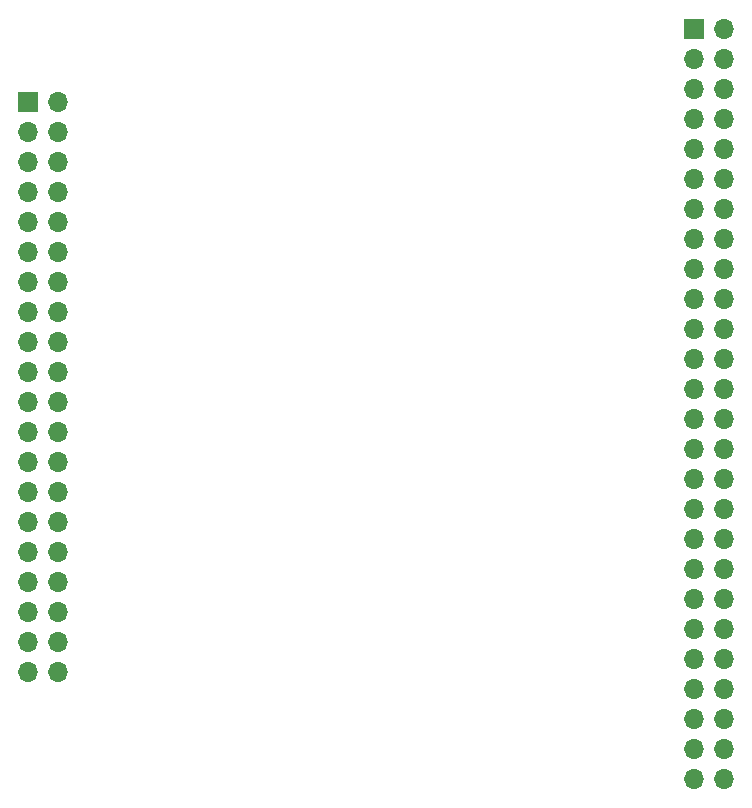
<source format=gbr>
%TF.GenerationSoftware,KiCad,Pcbnew,8.0.0*%
%TF.CreationDate,2024-03-07T15:34:19+01:00*%
%TF.ProjectId,lora,6c6f7261-2e6b-4696-9361-645f70636258,rev?*%
%TF.SameCoordinates,Original*%
%TF.FileFunction,Soldermask,Top*%
%TF.FilePolarity,Negative*%
%FSLAX46Y46*%
G04 Gerber Fmt 4.6, Leading zero omitted, Abs format (unit mm)*
G04 Created by KiCad (PCBNEW 8.0.0) date 2024-03-07 15:34:19*
%MOMM*%
%LPD*%
G01*
G04 APERTURE LIST*
%ADD10R,1.700000X1.700000*%
%ADD11O,1.700000X1.700000*%
G04 APERTURE END LIST*
D10*
%TO.C,U1*%
X133160000Y-38700000D03*
D11*
X135700000Y-38700000D03*
X133160000Y-41240000D03*
X135700000Y-41240000D03*
X133160000Y-43780000D03*
X135700000Y-43780000D03*
X133160000Y-46320000D03*
X135700000Y-46320000D03*
X133160000Y-48860000D03*
X135700000Y-48860000D03*
X133160000Y-51400000D03*
X135700000Y-51400000D03*
X133160000Y-53940000D03*
X135700000Y-53940000D03*
X133160000Y-56480000D03*
X135700000Y-56480000D03*
X133160000Y-59020000D03*
X135700000Y-59020000D03*
X133160000Y-61560000D03*
X135700000Y-61560000D03*
X133160000Y-64100000D03*
X135700000Y-64100000D03*
X133160000Y-66640000D03*
X135700000Y-66640000D03*
X133160000Y-69180000D03*
X135700000Y-69180000D03*
X133160000Y-71720000D03*
X135700000Y-71720000D03*
X133160000Y-74260000D03*
X135700000Y-74260000D03*
X133160000Y-76800000D03*
X135700000Y-76800000D03*
X133160000Y-79340000D03*
X135700000Y-79340000D03*
X133160000Y-81880000D03*
X135700000Y-81880000D03*
X133160000Y-84420000D03*
X135700000Y-84420000D03*
X133160000Y-86960000D03*
X135700000Y-86960000D03*
X133160000Y-89500000D03*
X135700000Y-89500000D03*
X133160000Y-92040000D03*
X135700000Y-92040000D03*
X133160000Y-94580000D03*
X135700000Y-94580000D03*
X133160000Y-97120000D03*
X135700000Y-97120000D03*
X133160000Y-99660000D03*
X135700000Y-99660000D03*
X133160000Y-102200000D03*
X135700000Y-102200000D03*
%TD*%
%TO.C,U2*%
X79290000Y-93140000D03*
X76750000Y-93140000D03*
X79290000Y-90600000D03*
X76750000Y-90600000D03*
X79290000Y-88060000D03*
X76750000Y-88060000D03*
X79290000Y-85520000D03*
X76750000Y-85520000D03*
X79290000Y-82980000D03*
X76750000Y-82980000D03*
X79290000Y-80440000D03*
X76750000Y-80440000D03*
X79290000Y-77900000D03*
X76750000Y-77900000D03*
X79290000Y-75360000D03*
X76750000Y-75360000D03*
X79290000Y-72820000D03*
X76750000Y-72820000D03*
X79290000Y-70280000D03*
X76750000Y-70280000D03*
X79290000Y-67740000D03*
X76750000Y-67740000D03*
X79290000Y-65200000D03*
X76750000Y-65200000D03*
X79290000Y-62660000D03*
X76750000Y-62660000D03*
X79290000Y-60120000D03*
X76750000Y-60120000D03*
X79290000Y-57580000D03*
X76750000Y-57580000D03*
X79290000Y-55040000D03*
X76750000Y-55040000D03*
X79290000Y-52500000D03*
X76750000Y-52500000D03*
X79290000Y-49960000D03*
X76750000Y-49960000D03*
X79290000Y-47420000D03*
X76750000Y-47420000D03*
X79290000Y-44880000D03*
D10*
X76750000Y-44880000D03*
%TD*%
M02*

</source>
